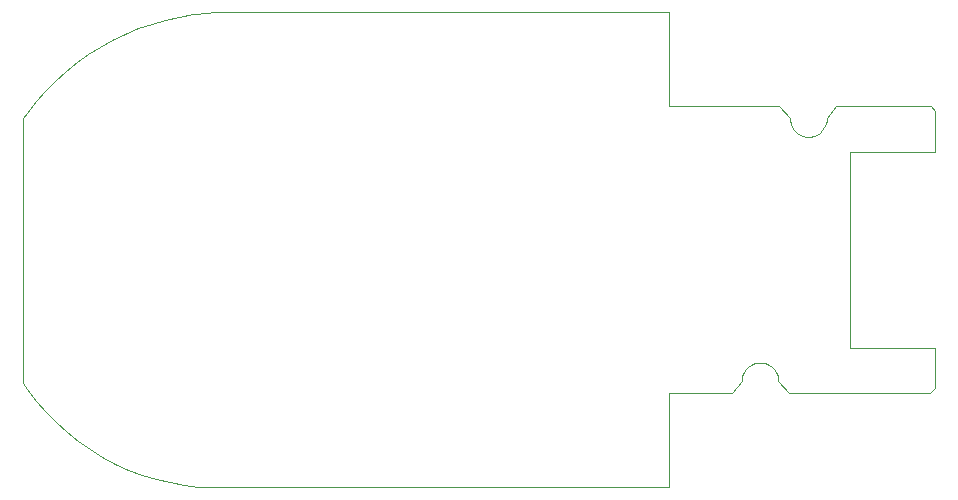
<source format=gko>
G04*
G04 #@! TF.GenerationSoftware,Altium Limited,Altium Designer,22.8.2 (66)*
G04*
G04 Layer_Color=16711935*
%FSLAX25Y25*%
%MOIN*%
G70*
G04*
G04 #@! TF.SameCoordinates,6BB00AFB-5455-402A-A2EE-A29BA1A7275C*
G04*
G04*
G04 #@! TF.FilePolarity,Positive*
G04*
G01*
G75*
%ADD11C,0.00400*%
D11*
X188036Y129323D02*
X188185Y129262D01*
X187956Y129322D02*
X188036Y129323D01*
X36693Y129322D02*
X187956Y129322D01*
X36550Y129295D02*
X36693Y129322D01*
X34200Y129176D02*
X36550Y129295D01*
X29523Y128670D02*
X34200Y129176D01*
X24882Y127896D02*
X29523Y128670D01*
X20293Y126859D02*
X24882Y127896D01*
X15770Y125562D02*
X20293Y126859D01*
X11330Y124008D02*
X15770Y125562D01*
X6985Y122203D02*
X11330Y124008D01*
X2751Y120152D02*
X6985Y122203D01*
X-1359Y117862D02*
X2751Y120152D01*
X-5332Y115342D02*
X-1359Y117862D01*
X-9154Y112598D02*
X-5332Y115342D01*
X-12813Y109640D02*
X-9154Y112598D01*
X-16297Y106479D02*
X-12813Y109640D01*
X-19594Y103123D02*
X-16297Y106479D01*
X-22695Y99584D02*
X-19594Y103123D01*
X-25587Y95873D02*
X-22695Y99584D01*
X-26926Y93938D02*
X-25587Y95873D01*
X-26926Y93938D02*
X-26926Y77039D01*
Y25339D02*
Y77039D01*
X-26926Y5687D02*
X-26926Y25339D01*
X-26926Y5687D02*
X-25586Y3676D01*
X-22663Y-172D01*
X-19508Y-3831D01*
X-16132Y-7288D01*
X-12549Y-10530D01*
X-8772Y-13543D01*
X-4815Y-16317D01*
X-695Y-18841D01*
X3574Y-21105D01*
X7975Y-23100D01*
X12490Y-24819D01*
X17104Y-26256D01*
X21797Y-27404D01*
X26553Y-28260D01*
X31352Y-28819D01*
X36177Y-29080D01*
X38593Y-29061D01*
X38858Y-28962D01*
X187959D01*
X188039Y-28962D01*
X188186Y-28901D01*
X188299Y-28788D01*
X188360Y-28640D01*
X188360Y-28560D02*
X188360Y-28640D01*
X188360Y-28560D02*
X188360Y2436D01*
X209234D01*
X212446Y6416D01*
Y7018D01*
X212681Y8199D01*
X213141Y9311D01*
X213810Y10312D01*
X214661Y11163D01*
X215662Y11832D01*
X216774Y12292D01*
X217954Y12527D01*
X219158D01*
X220339Y12292D01*
X221451Y11832D01*
X222452Y11163D01*
X223303Y10312D01*
X223972Y9311D01*
X224432Y8199D01*
X224667Y7018D01*
Y6416D02*
Y7018D01*
Y6416D02*
X228202Y2436D01*
X275328D01*
X276887Y3995D01*
X277005Y4279D01*
X277005Y17504D01*
X248657D02*
X277005D01*
X248657D02*
Y82858D01*
X277005D01*
Y96265D01*
X276887Y96549D02*
X277005Y96265D01*
X275511Y97924D02*
X276887Y96549D01*
X243983Y97924D02*
X275511D01*
X240772Y93944D02*
X243983Y97924D01*
X240772Y93342D02*
Y93944D01*
X240537Y92162D02*
X240772Y93342D01*
X240076Y91049D02*
X240537Y92162D01*
X239408Y90048D02*
X240076Y91049D01*
X238557Y89197D02*
X239408Y90048D01*
X237556Y88529D02*
X238557Y89197D01*
X236444Y88068D02*
X237556Y88529D01*
X235263Y87833D02*
X236444Y88068D01*
X234059Y87833D02*
X235263D01*
X232879Y88068D02*
X234059Y87833D01*
X231767Y88529D02*
X232879Y88068D01*
X230766Y89197D02*
X231767Y88529D01*
X229915Y90048D02*
X230766Y89197D01*
X229246Y91049D02*
X229915Y90048D01*
X228785Y92162D02*
X229246Y91049D01*
X228550Y93342D02*
X228785Y92162D01*
X228550Y93342D02*
Y93944D01*
X225016Y97924D02*
X228550Y93944D01*
X188360Y97924D02*
X225016D01*
X188360D02*
Y128920D01*
X188360Y129001D01*
X188299Y129149D02*
X188360Y129001D01*
X188185Y129262D02*
X188299Y129149D01*
M02*

</source>
